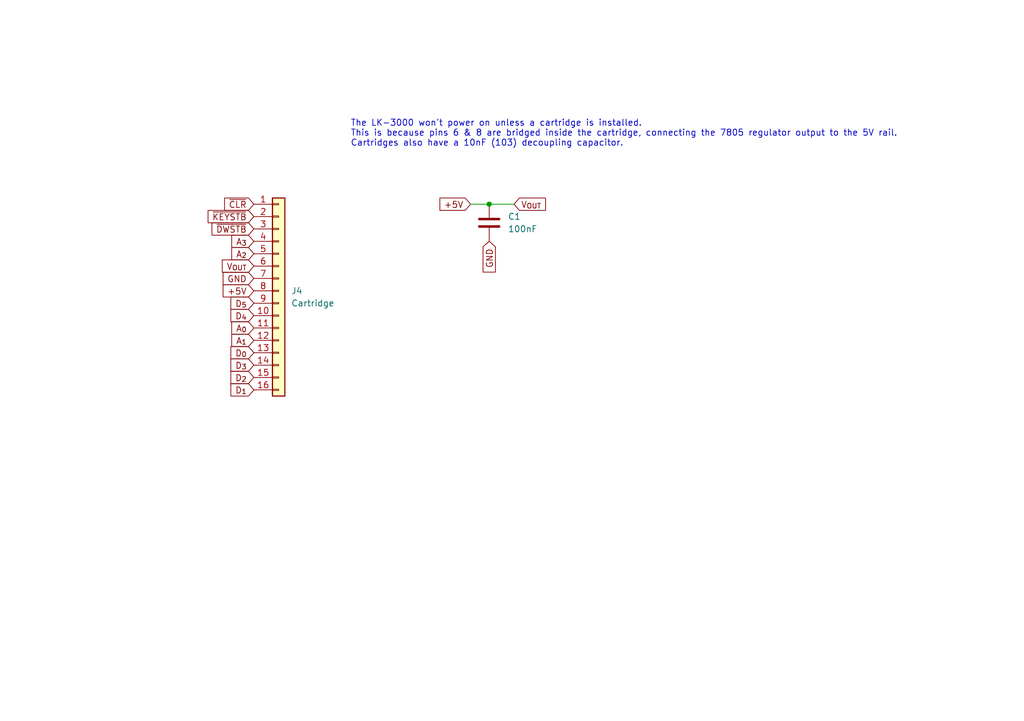
<source format=kicad_sch>
(kicad_sch (version 20250114) (generator "eeschema") (generator_version "9.0")
  (paper "A5")
  (title_block (title "Nixdorf LK-3000 Cartridge (Blank)") (date "22/Sep/2025") (rev "A") (company "Brett Hallen") (comment 1 "www.youtube.com/@Brfff"))
  (lib_symbols
    (symbol "Connector_Generic:Conn_01x16" (pin_names (offset 1.016) (hide yes))
      (property "Reference" "J" (at 0 20.32 0))
      (property "Value" "Conn_01x16" (at 0 -22.86 0))
      (symbol "Conn_01x16_1_1"
        (rectangle (start -1.27 19.05) (end 1.27 -21.59) (stroke (width 0.254)) (fill (type background)))
        (rectangle (start -1.27 17.907) (end 0 17.653) (stroke (width 0.1524)))
        (rectangle (start -1.27 15.367) (end 0 15.113) (stroke (width 0.1524)))
        (rectangle (start -1.27 12.827) (end 0 12.573) (stroke (width 0.1524)))
        (rectangle (start -1.27 10.287) (end 0 10.033) (stroke (width 0.1524)))
        (rectangle (start -1.27 7.747) (end 0 7.493) (stroke (width 0.1524)))
        (rectangle (start -1.27 5.207) (end 0 4.953) (stroke (width 0.1524)))
        (rectangle (start -1.27 2.667) (end 0 2.413) (stroke (width 0.1524)))
        (rectangle (start -1.27 0.127) (end 0 -0.127) (stroke (width 0.1524)))
        (rectangle (start -1.27 -2.413) (end 0 -2.667) (stroke (width 0.1524)))
        (rectangle (start -1.27 -4.953) (end 0 -5.207) (stroke (width 0.1524)))
        (rectangle (start -1.27 -7.493) (end 0 -7.747) (stroke (width 0.1524)))
        (rectangle (start -1.27 -10.033) (end 0 -10.287) (stroke (width 0.1524)))
        (rectangle (start -1.27 -12.573) (end 0 -12.827) (stroke (width 0.1524)))
        (rectangle (start -1.27 -15.113) (end 0 -15.367) (stroke (width 0.1524)))
        (rectangle (start -1.27 -17.653) (end 0 -17.907) (stroke (width 0.1524)))
        (rectangle (start -1.27 -20.193) (end 0 -20.447) (stroke (width 0.1524)))
        (pin passive line (at -5.08 17.78 0) (length 3.81) (name "Pin_1") (number "1"))
        (pin passive line (at -5.08 15.24 0) (length 3.81) (name "Pin_2") (number "2"))
        (pin passive line (at -5.08 12.7 0) (length 3.81) (name "Pin_3") (number "3"))
        (pin passive line (at -5.08 10.16 0) (length 3.81) (name "Pin_4") (number "4"))
        (pin passive line (at -5.08 7.62 0) (length 3.81) (name "Pin_5") (number "5"))
        (pin passive line (at -5.08 5.08 0) (length 3.81) (name "Pin_6") (number "6"))
        (pin passive line (at -5.08 2.54 0) (length 3.81) (name "Pin_7") (number "7"))
        (pin passive line (at -5.08 0 0) (length 3.81) (name "Pin_8") (number "8"))
        (pin passive line (at -5.08 -2.54 0) (length 3.81) (name "Pin_9") (number "9"))
        (pin passive line (at -5.08 -5.08 0) (length 3.81) (name "Pin_10") (number "10"))
        (pin passive line (at -5.08 -7.62 0) (length 3.81) (name "Pin_11") (number "11"))
        (pin passive line (at -5.08 -10.16 0) (length 3.81) (name "Pin_12") (number "12"))
        (pin passive line (at -5.08 -12.7 0) (length 3.81) (name "Pin_13") (number "13"))
        (pin passive line (at -5.08 -15.24 0) (length 3.81) (name "Pin_14") (number "14"))
        (pin passive line (at -5.08 -17.78 0) (length 3.81) (name "Pin_15") (number "15"))
        (pin passive line (at -5.08 -20.32 0) (length 3.81) (name "Pin_16") (number "16"))
      )
    )
    (symbol "Device:C" (pin_numbers (hide yes)) (pin_names (offset 0.254))
      (property "Reference" "C" (at 0.635 2.54 0))
      (property "Value" "C" (at 0.635 -2.54 0))
      (symbol "C_0_1"
        (polyline (pts (xy -2.032 0.762) (xy 2.032 0.762)) (stroke (width 0.508)))
        (polyline (pts (xy -2.032 -0.762) (xy 2.032 -0.762)) (stroke (width 0.508)))
      )
      (symbol "C_1_1"
        (pin passive line (at 0 3.81 270) (length 2.794) (name "~") (number "1"))
        (pin passive line (at 0 -3.81 90) (length 2.794) (name "~") (number "2"))
      )
    )
  )
  (text "The LK-3000 won't power on unless a cartridge is installed.\nThis is because pins 6 & 8 are bridged inside the cartridge, connecting the 7805 regulator output to the 5V rail.\nCartridges also have a 10nF (103) decoupling capacitor." (at 71.882 27.432 0) (effects (font (size 1.27 1.27)) (justify left)))
  (junction (at 100.33 41.91))
  (wire (pts (xy 96.52 41.91) (xy 100.33 41.91)))
  (wire (pts (xy 100.33 41.91) (xy 105.41 41.91)))
  (global_label "D_{3}" (shape input) (at 52.07 74.93 180) (property "Intersheetrefs" "${INTERSHEET_REFS}" (effects (hide yes))))
  (global_label "+5V" (shape input) (at 52.07 59.69 180) (property "Intersheetrefs" "${INTERSHEET_REFS}" (effects (hide yes))))
  (global_label "GND" (shape input) (at 100.33 49.53 270) (property "Intersheetrefs" "${INTERSHEET_REFS}" (effects (hide yes))))
  (global_label "D_{0}" (shape input) (at 52.07 72.39 180) (property "Intersheetrefs" "${INTERSHEET_REFS}" (effects (hide yes))))
  (global_label "A_{3}" (shape input) (at 52.07 49.53 180) (property "Intersheetrefs" "${INTERSHEET_REFS}" (effects (hide yes))))
  (global_label "A_{2}" (shape input) (at 52.07 52.07 180) (property "Intersheetrefs" "${INTERSHEET_REFS}" (effects (hide yes))))
  (global_label "V_{OUT}" (shape input) (at 105.41 41.91 0) (property "Intersheetrefs" "${INTERSHEET_REFS}" (effects (hide yes))))
  (global_label "D_{2}" (shape input) (at 52.07 77.47 180) (property "Intersheetrefs" "${INTERSHEET_REFS}" (effects (hide yes))))
  (global_label "D_{5}" (shape input) (at 52.07 62.23 180) (property "Intersheetrefs" "${INTERSHEET_REFS}" (effects (hide yes))))
  (global_label "A_{1}" (shape input) (at 52.07 69.85 180) (property "Intersheetrefs" "${INTERSHEET_REFS}" (effects (hide yes))))
  (global_label "~{DWSTB}" (shape input) (at 52.07 46.99 180) (property "Intersheetrefs" "${INTERSHEET_REFS}" (effects (hide yes))))
  (global_label "GND" (shape input) (at 52.07 57.15 180) (property "Intersheetrefs" "${INTERSHEET_REFS}" (effects (hide yes))))
  (global_label "A_{0}" (shape input) (at 52.07 67.31 180) (property "Intersheetrefs" "${INTERSHEET_REFS}" (effects (hide yes))))
  (global_label "~{CLR}" (shape input) (at 52.07 41.91 180) (property "Intersheetrefs" "${INTERSHEET_REFS}" (effects (hide yes))))
  (global_label "~{KEYSTB}" (shape input) (at 52.07 44.45 180) (property "Intersheetrefs" "${INTERSHEET_REFS}" (effects (hide yes))))
  (global_label "V_{OUT}" (shape input) (at 52.07 54.61 180) (property "Intersheetrefs" "${INTERSHEET_REFS}" (effects (hide yes))))
  (global_label "D_{1}" (shape input) (at 52.07 80.01 180) (property "Intersheetrefs" "${INTERSHEET_REFS}" (effects (hide yes))))
  (global_label "+5V" (shape input) (at 96.52 41.91 180) (property "Intersheetrefs" "${INTERSHEET_REFS}" (effects (hide yes))))
  (global_label "D_{4}" (shape input) (at 52.07 64.77 180) (property "Intersheetrefs" "${INTERSHEET_REFS}" (effects (hide yes))))
  (symbol (lib_id "Device:C") (at 100.33 45.72 0) (unit 1)
    (property "Reference" "C1" (at 104.14 44.4499 0) (effects (justify left)))
    (property "Value" "100nF" (at 104.14 46.9899 0) (effects (justify left)))
    (property "Footprint" "Capacitor_THT:C_Disc_D3.0mm_W2.0mm_P2.50mm" (effects (hide yes)))
    (property "Description" "Unpolarized capacitor" (effects (hide yes)))
  )
  (symbol (lib_id "Connector_Generic:Conn_01x16") (at 57.15 59.69 0) (unit 1)
    (property "Reference" "J4" (at 59.69 59.6899 0) (effects (justify left)))
    (property "Value" "Cartridge" (at 59.69 62.2299 0) (effects (justify left)))
    (property "Footprint" "Clueless_Engineer:LK-3000_Cartridge" (effects (hide yes)))
    (property "Description" "Generic connector, single row, 01x16, script generated (kicad-library-utils/schlib/autogen/connector/)" (effects (hide yes)))
  )
)
</source>
